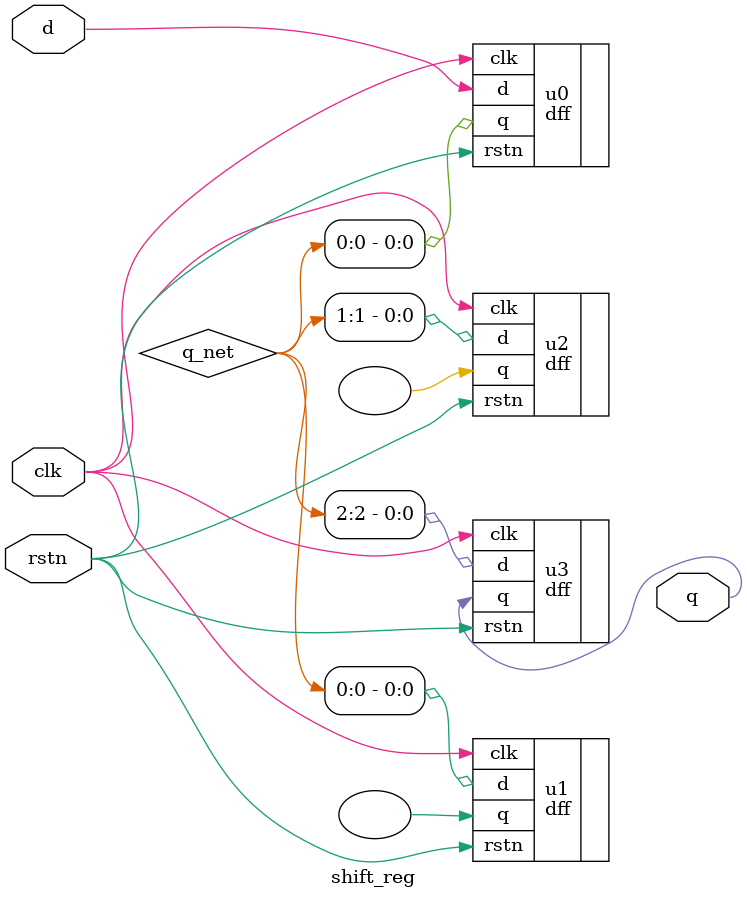
<source format=v>
module mydesign ( input  x, y, z,     // x is at position 1, y at 2, x at 3 and
                  output o);          // o is at position 4

endmodule

module tb_top;
	wire [1:0]  a;
	wire        b, c;

	mydesign d0  (a[0], b, a[1], c);  // a[0] is at position 1 so it is automatically connected to x
	                                  // b is at position 2 so it is automatically connected to y
	                                  // a[1] is at position 3 so it is connected to z
	                                  // c is at position 4, and hence connection is with o
endmodule

// port connection by name
module design_top;
    wire [1:0] a;
    wire       b,c;
    mydesign d0 (   .x(a[0]),
                    .y(b),
                    .z(a[1]),
                    .o(c)); 
endmodule
//It is recommended to code each port connection in a separate line 
//so that any compilation error message will correctly point to the line number where the error occured. 

//Ports that are not connected to any wire in the instantiating module will have a value of high-impedance.
`include "/Users/qingjie/github/Verilog_Learning/Introduction/example_dff.v"
module shift_reg(   input d,
                    input clk,
                    input rstn,
                    output q);
    wire [2:0] q_net;
    dff u0(.d(d),   .clk(clk),  .rstn(rstn), .q(q_net[0]));
    dff u1(.d(q_net[0]),   .clk(clk),  .rstn(rstn), .q());
    dff u2(.d(q_net[1]),   .clk(clk),  .rstn(rstn), .q());
    dff u3(.d(q_net[2]),   .clk(clk),  .rstn(rstn), .q(q));
endmodule

//Note that outputs from instances u1 and u2 are left unconnected 
//in the RTL schematic obtained after synthesis. 
//Since the input d to instances u2 and u3 are now connected to nets that are not being driven by anything 
//it is grounded.

//In simulations, such unconnected ports will be denoted as high impedance ('hZ) typically shown in waveforms as an orange line 

//All port declarations are implicitly declared as wire 
//and hence the port direction is sufficient in that case. 
//However output ports that need to store values should be declared as reg data type and can be used in a procedural block like always and initial only.

//Ports of type input or inout cannot be declared as reg 
//because they are being driven from outside continuously and should not store values, rather reflect the changes in the external signals as soon as possible


//It is perfectly legal to connect two ports with varying vector sizes,
//the one with lower vector size will prevail and the remaining bits of the other port with a higher width will be ignored.

/*
// Case #1 : Inputs are by default implicitly declared as type "wire"
module des0_1	(input wire clk ...); 		// wire need not be specified here
module des0_2 	(input clk, ...); 			// By default clk is of type wire

// Case #2 : Inputs cannot be of type reg
module des1 (input reg clk, ...); 		// Illegal: inputs cannot be of type reg

// Case #3: Take two modules here with varying port widths
module des2 (output [3:0] data, ...);	// A module declaration with 4-bit vector as output
module des3 (input [7:0] data, ...); 	// A module declaration with 8-bit vector as input

module top ( ... );
	wire [7:0] net;
	des2  u0 ( .data(net) ... ); 		// Upper 4-bits of net are undriven
	des3  u1 ( .data(net) ... );
endmodule

// Case #4 : Outputs cannot be connected to reg in parent module
module top_0 ( ... );
	reg [3:0] data_reg;

	des2 ( .data(data) ...); 	// Illegal: data output port is connected to a reg type signal "data_reg"
endmodule
*/
</source>
